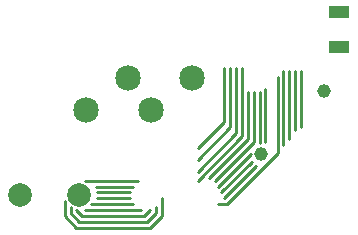
<source format=gts>
G04 Layer_Color=8388736*
%FSLAX44Y44*%
%MOMM*%
G71*
G01*
G75*
%ADD10R,1.8034X1.1120*%
%ADD21C,1.1684*%
%ADD22C,2.0000*%
%ADD23C,2.1590*%
%ADD49C,0.2540*%
%ADD51C,0.1590*%
D10*
X820000Y582958D02*
D03*
Y553042D02*
D03*
D21*
X807000Y516000D02*
D03*
X753967Y462967D02*
D03*
D22*
X550000Y428000D02*
D03*
X600000D02*
D03*
D23*
X660200Y500000D02*
D03*
X605600D02*
D03*
X695400Y527000D02*
D03*
X640800D02*
D03*
D49*
X615000Y430000D02*
X640000D01*
X615000Y425000D02*
X640000D01*
X610000Y420000D02*
X645000D01*
X640000Y430000D02*
X642500D01*
X640000Y425000D02*
X642500D01*
X614000Y435000D02*
X645000D01*
X607500Y440000D02*
X650000D01*
X605000D02*
X607500D01*
X605000Y415000D02*
X652500D01*
X597500Y415000D02*
Y415000D01*
Y415000D02*
X602500Y410000D01*
X655000D01*
X660000Y415000D01*
X592500Y412500D02*
Y417500D01*
Y412500D02*
X600000Y405000D01*
X657500D01*
X665000Y412500D01*
Y417500D01*
X587500Y410000D02*
Y422500D01*
Y410000D02*
X597500Y400000D01*
X657500D01*
X660000D01*
X670000Y410000D01*
Y425000D01*
X715000Y440000D02*
X747500Y472500D01*
X720000Y430000D02*
X746000Y456000D01*
X725000Y420000D02*
X762500Y457500D01*
X717500Y420000D02*
X725000D01*
X710000Y442500D02*
X742500Y475000D01*
X700000Y440000D02*
X737500Y477500D01*
X700000Y447500D02*
X732500Y480000D01*
X700000Y457500D02*
X727500Y485000D01*
X700000Y467500D02*
X722500Y490000D01*
X772500Y470000D02*
Y532500D01*
X777500Y475000D02*
Y532500D01*
X782500Y485000D02*
Y532500D01*
Y482500D02*
Y485000D01*
X787500D02*
Y532500D01*
X757500Y472750D02*
Y517500D01*
X752500Y471500D02*
Y515000D01*
X747500Y472500D02*
Y515000D01*
X745000Y462500D02*
X745000D01*
X717500Y435000D02*
X745000Y462500D01*
X742500Y475000D02*
Y515000D01*
X737500Y477500D02*
Y522500D01*
Y535000D01*
X732500Y480000D02*
Y535000D01*
X727500Y485000D02*
Y535000D01*
X722500Y490000D02*
Y535000D01*
Y425000D02*
X749625Y452125D01*
Y452125D01*
X762500Y457500D02*
X768000Y463000D01*
Y528000D01*
D51*
X551000Y500000D02*
D03*
X750000Y527000D02*
D03*
M02*

</source>
